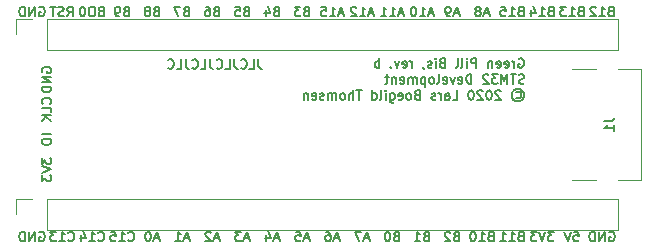
<source format=gbr>
%TF.GenerationSoftware,KiCad,Pcbnew,5.1.6+dfsg1-1*%
%TF.CreationDate,2020-07-20T12:12:52+08:00*%
%TF.ProjectId,stm32devmini,73746d33-3264-4657-966d-696e692e6b69,b*%
%TF.SameCoordinates,Original*%
%TF.FileFunction,Legend,Bot*%
%TF.FilePolarity,Positive*%
%FSLAX46Y46*%
G04 Gerber Fmt 4.6, Leading zero omitted, Abs format (unit mm)*
G04 Created by KiCad (PCBNEW 5.1.6+dfsg1-1) date 2020-07-20 12:12:52*
%MOMM*%
%LPD*%
G01*
G04 APERTURE LIST*
%ADD10C,0.150000*%
%ADD11C,0.120000*%
G04 APERTURE END LIST*
D10*
X154501904Y-104419523D02*
X154501904Y-104914761D01*
X154806666Y-104648095D01*
X154806666Y-104762380D01*
X154844761Y-104838571D01*
X154882857Y-104876666D01*
X154959047Y-104914761D01*
X155149523Y-104914761D01*
X155225714Y-104876666D01*
X155263809Y-104838571D01*
X155301904Y-104762380D01*
X155301904Y-104533809D01*
X155263809Y-104457619D01*
X155225714Y-104419523D01*
X154501904Y-105143333D02*
X155301904Y-105410000D01*
X154501904Y-105676666D01*
X154501904Y-105867142D02*
X154501904Y-106362380D01*
X154806666Y-106095714D01*
X154806666Y-106210000D01*
X154844761Y-106286190D01*
X154882857Y-106324285D01*
X154959047Y-106362380D01*
X155149523Y-106362380D01*
X155225714Y-106324285D01*
X155263809Y-106286190D01*
X155301904Y-106210000D01*
X155301904Y-105981428D01*
X155263809Y-105905238D01*
X155225714Y-105867142D01*
X155301904Y-102450952D02*
X154501904Y-102450952D01*
X154501904Y-102984285D02*
X154501904Y-103136666D01*
X154540000Y-103212857D01*
X154616190Y-103289047D01*
X154768571Y-103327142D01*
X155035238Y-103327142D01*
X155187619Y-103289047D01*
X155263809Y-103212857D01*
X155301904Y-103136666D01*
X155301904Y-102984285D01*
X155263809Y-102908095D01*
X155187619Y-102831904D01*
X155035238Y-102793809D01*
X154768571Y-102793809D01*
X154616190Y-102831904D01*
X154540000Y-102908095D01*
X154501904Y-102984285D01*
X155225714Y-99853809D02*
X155263809Y-99815714D01*
X155301904Y-99701428D01*
X155301904Y-99625238D01*
X155263809Y-99510952D01*
X155187619Y-99434761D01*
X155111428Y-99396666D01*
X154959047Y-99358571D01*
X154844761Y-99358571D01*
X154692380Y-99396666D01*
X154616190Y-99434761D01*
X154540000Y-99510952D01*
X154501904Y-99625238D01*
X154501904Y-99701428D01*
X154540000Y-99815714D01*
X154578095Y-99853809D01*
X155301904Y-100577619D02*
X155301904Y-100196666D01*
X154501904Y-100196666D01*
X155301904Y-100844285D02*
X154501904Y-100844285D01*
X155301904Y-101301428D02*
X154844761Y-100958571D01*
X154501904Y-101301428D02*
X154959047Y-100844285D01*
X154540000Y-97180476D02*
X154501904Y-97104285D01*
X154501904Y-96990000D01*
X154540000Y-96875714D01*
X154616190Y-96799523D01*
X154692380Y-96761428D01*
X154844761Y-96723333D01*
X154959047Y-96723333D01*
X155111428Y-96761428D01*
X155187619Y-96799523D01*
X155263809Y-96875714D01*
X155301904Y-96990000D01*
X155301904Y-97066190D01*
X155263809Y-97180476D01*
X155225714Y-97218571D01*
X154959047Y-97218571D01*
X154959047Y-97066190D01*
X155301904Y-97561428D02*
X154501904Y-97561428D01*
X155301904Y-98018571D01*
X154501904Y-98018571D01*
X155301904Y-98399523D02*
X154501904Y-98399523D01*
X154501904Y-98590000D01*
X154540000Y-98704285D01*
X154616190Y-98780476D01*
X154692380Y-98818571D01*
X154844761Y-98856666D01*
X154959047Y-98856666D01*
X155111428Y-98818571D01*
X155187619Y-98780476D01*
X155263809Y-98704285D01*
X155301904Y-98590000D01*
X155301904Y-98399523D01*
X172838452Y-96081904D02*
X172838452Y-96653333D01*
X172876547Y-96767619D01*
X172952738Y-96843809D01*
X173067023Y-96881904D01*
X173143214Y-96881904D01*
X172076547Y-96881904D02*
X172457500Y-96881904D01*
X172457500Y-96081904D01*
X171352738Y-96805714D02*
X171390833Y-96843809D01*
X171505119Y-96881904D01*
X171581309Y-96881904D01*
X171695595Y-96843809D01*
X171771785Y-96767619D01*
X171809880Y-96691428D01*
X171847976Y-96539047D01*
X171847976Y-96424761D01*
X171809880Y-96272380D01*
X171771785Y-96196190D01*
X171695595Y-96120000D01*
X171581309Y-96081904D01*
X171505119Y-96081904D01*
X171390833Y-96120000D01*
X171352738Y-96158095D01*
X170781309Y-96081904D02*
X170781309Y-96653333D01*
X170819404Y-96767619D01*
X170895595Y-96843809D01*
X171009880Y-96881904D01*
X171086071Y-96881904D01*
X170019404Y-96881904D02*
X170400357Y-96881904D01*
X170400357Y-96081904D01*
X169295595Y-96805714D02*
X169333690Y-96843809D01*
X169447976Y-96881904D01*
X169524166Y-96881904D01*
X169638452Y-96843809D01*
X169714642Y-96767619D01*
X169752738Y-96691428D01*
X169790833Y-96539047D01*
X169790833Y-96424761D01*
X169752738Y-96272380D01*
X169714642Y-96196190D01*
X169638452Y-96120000D01*
X169524166Y-96081904D01*
X169447976Y-96081904D01*
X169333690Y-96120000D01*
X169295595Y-96158095D01*
X168724166Y-96081904D02*
X168724166Y-96653333D01*
X168762261Y-96767619D01*
X168838452Y-96843809D01*
X168952738Y-96881904D01*
X169028928Y-96881904D01*
X167962261Y-96881904D02*
X168343214Y-96881904D01*
X168343214Y-96081904D01*
X167238452Y-96805714D02*
X167276547Y-96843809D01*
X167390833Y-96881904D01*
X167467023Y-96881904D01*
X167581309Y-96843809D01*
X167657500Y-96767619D01*
X167695595Y-96691428D01*
X167733690Y-96539047D01*
X167733690Y-96424761D01*
X167695595Y-96272380D01*
X167657500Y-96196190D01*
X167581309Y-96120000D01*
X167467023Y-96081904D01*
X167390833Y-96081904D01*
X167276547Y-96120000D01*
X167238452Y-96158095D01*
X166667023Y-96081904D02*
X166667023Y-96653333D01*
X166705119Y-96767619D01*
X166781309Y-96843809D01*
X166895595Y-96881904D01*
X166971785Y-96881904D01*
X165905119Y-96881904D02*
X166286071Y-96881904D01*
X166286071Y-96081904D01*
X165181309Y-96805714D02*
X165219404Y-96843809D01*
X165333690Y-96881904D01*
X165409880Y-96881904D01*
X165524166Y-96843809D01*
X165600357Y-96767619D01*
X165638452Y-96691428D01*
X165676547Y-96539047D01*
X165676547Y-96424761D01*
X165638452Y-96272380D01*
X165600357Y-96196190D01*
X165524166Y-96120000D01*
X165409880Y-96081904D01*
X165333690Y-96081904D01*
X165219404Y-96120000D01*
X165181309Y-96158095D01*
X154279523Y-110725000D02*
X154355714Y-110686904D01*
X154470000Y-110686904D01*
X154584285Y-110725000D01*
X154660476Y-110801190D01*
X154698571Y-110877380D01*
X154736666Y-111029761D01*
X154736666Y-111144047D01*
X154698571Y-111296428D01*
X154660476Y-111372619D01*
X154584285Y-111448809D01*
X154470000Y-111486904D01*
X154393809Y-111486904D01*
X154279523Y-111448809D01*
X154241428Y-111410714D01*
X154241428Y-111144047D01*
X154393809Y-111144047D01*
X153898571Y-111486904D02*
X153898571Y-110686904D01*
X153441428Y-111486904D01*
X153441428Y-110686904D01*
X153060476Y-111486904D02*
X153060476Y-110686904D01*
X152870000Y-110686904D01*
X152755714Y-110725000D01*
X152679523Y-110801190D01*
X152641428Y-110877380D01*
X152603333Y-111029761D01*
X152603333Y-111144047D01*
X152641428Y-111296428D01*
X152679523Y-111372619D01*
X152755714Y-111448809D01*
X152870000Y-111486904D01*
X153060476Y-111486904D01*
X156724285Y-111410714D02*
X156762380Y-111448809D01*
X156876666Y-111486904D01*
X156952857Y-111486904D01*
X157067142Y-111448809D01*
X157143333Y-111372619D01*
X157181428Y-111296428D01*
X157219523Y-111144047D01*
X157219523Y-111029761D01*
X157181428Y-110877380D01*
X157143333Y-110801190D01*
X157067142Y-110725000D01*
X156952857Y-110686904D01*
X156876666Y-110686904D01*
X156762380Y-110725000D01*
X156724285Y-110763095D01*
X155962380Y-111486904D02*
X156419523Y-111486904D01*
X156190952Y-111486904D02*
X156190952Y-110686904D01*
X156267142Y-110801190D01*
X156343333Y-110877380D01*
X156419523Y-110915476D01*
X155695714Y-110686904D02*
X155200476Y-110686904D01*
X155467142Y-110991666D01*
X155352857Y-110991666D01*
X155276666Y-111029761D01*
X155238571Y-111067857D01*
X155200476Y-111144047D01*
X155200476Y-111334523D01*
X155238571Y-111410714D01*
X155276666Y-111448809D01*
X155352857Y-111486904D01*
X155581428Y-111486904D01*
X155657619Y-111448809D01*
X155695714Y-111410714D01*
X159264285Y-111410714D02*
X159302380Y-111448809D01*
X159416666Y-111486904D01*
X159492857Y-111486904D01*
X159607142Y-111448809D01*
X159683333Y-111372619D01*
X159721428Y-111296428D01*
X159759523Y-111144047D01*
X159759523Y-111029761D01*
X159721428Y-110877380D01*
X159683333Y-110801190D01*
X159607142Y-110725000D01*
X159492857Y-110686904D01*
X159416666Y-110686904D01*
X159302380Y-110725000D01*
X159264285Y-110763095D01*
X158502380Y-111486904D02*
X158959523Y-111486904D01*
X158730952Y-111486904D02*
X158730952Y-110686904D01*
X158807142Y-110801190D01*
X158883333Y-110877380D01*
X158959523Y-110915476D01*
X157816666Y-110953571D02*
X157816666Y-111486904D01*
X158007142Y-110648809D02*
X158197619Y-111220238D01*
X157702380Y-111220238D01*
X161804285Y-111410714D02*
X161842380Y-111448809D01*
X161956666Y-111486904D01*
X162032857Y-111486904D01*
X162147142Y-111448809D01*
X162223333Y-111372619D01*
X162261428Y-111296428D01*
X162299523Y-111144047D01*
X162299523Y-111029761D01*
X162261428Y-110877380D01*
X162223333Y-110801190D01*
X162147142Y-110725000D01*
X162032857Y-110686904D01*
X161956666Y-110686904D01*
X161842380Y-110725000D01*
X161804285Y-110763095D01*
X161042380Y-111486904D02*
X161499523Y-111486904D01*
X161270952Y-111486904D02*
X161270952Y-110686904D01*
X161347142Y-110801190D01*
X161423333Y-110877380D01*
X161499523Y-110915476D01*
X160318571Y-110686904D02*
X160699523Y-110686904D01*
X160737619Y-111067857D01*
X160699523Y-111029761D01*
X160623333Y-110991666D01*
X160432857Y-110991666D01*
X160356666Y-111029761D01*
X160318571Y-111067857D01*
X160280476Y-111144047D01*
X160280476Y-111334523D01*
X160318571Y-111410714D01*
X160356666Y-111448809D01*
X160432857Y-111486904D01*
X160623333Y-111486904D01*
X160699523Y-111448809D01*
X160737619Y-111410714D01*
X164401428Y-111258333D02*
X164020476Y-111258333D01*
X164477619Y-111486904D02*
X164210952Y-110686904D01*
X163944285Y-111486904D01*
X163525238Y-110686904D02*
X163449047Y-110686904D01*
X163372857Y-110725000D01*
X163334761Y-110763095D01*
X163296666Y-110839285D01*
X163258571Y-110991666D01*
X163258571Y-111182142D01*
X163296666Y-111334523D01*
X163334761Y-111410714D01*
X163372857Y-111448809D01*
X163449047Y-111486904D01*
X163525238Y-111486904D01*
X163601428Y-111448809D01*
X163639523Y-111410714D01*
X163677619Y-111334523D01*
X163715714Y-111182142D01*
X163715714Y-110991666D01*
X163677619Y-110839285D01*
X163639523Y-110763095D01*
X163601428Y-110725000D01*
X163525238Y-110686904D01*
X166941428Y-111258333D02*
X166560476Y-111258333D01*
X167017619Y-111486904D02*
X166750952Y-110686904D01*
X166484285Y-111486904D01*
X165798571Y-111486904D02*
X166255714Y-111486904D01*
X166027142Y-111486904D02*
X166027142Y-110686904D01*
X166103333Y-110801190D01*
X166179523Y-110877380D01*
X166255714Y-110915476D01*
X169481428Y-111258333D02*
X169100476Y-111258333D01*
X169557619Y-111486904D02*
X169290952Y-110686904D01*
X169024285Y-111486904D01*
X168795714Y-110763095D02*
X168757619Y-110725000D01*
X168681428Y-110686904D01*
X168490952Y-110686904D01*
X168414761Y-110725000D01*
X168376666Y-110763095D01*
X168338571Y-110839285D01*
X168338571Y-110915476D01*
X168376666Y-111029761D01*
X168833809Y-111486904D01*
X168338571Y-111486904D01*
X172021428Y-111258333D02*
X171640476Y-111258333D01*
X172097619Y-111486904D02*
X171830952Y-110686904D01*
X171564285Y-111486904D01*
X171373809Y-110686904D02*
X170878571Y-110686904D01*
X171145238Y-110991666D01*
X171030952Y-110991666D01*
X170954761Y-111029761D01*
X170916666Y-111067857D01*
X170878571Y-111144047D01*
X170878571Y-111334523D01*
X170916666Y-111410714D01*
X170954761Y-111448809D01*
X171030952Y-111486904D01*
X171259523Y-111486904D01*
X171335714Y-111448809D01*
X171373809Y-111410714D01*
X174561428Y-111258333D02*
X174180476Y-111258333D01*
X174637619Y-111486904D02*
X174370952Y-110686904D01*
X174104285Y-111486904D01*
X173494761Y-110953571D02*
X173494761Y-111486904D01*
X173685238Y-110648809D02*
X173875714Y-111220238D01*
X173380476Y-111220238D01*
X177101428Y-111258333D02*
X176720476Y-111258333D01*
X177177619Y-111486904D02*
X176910952Y-110686904D01*
X176644285Y-111486904D01*
X175996666Y-110686904D02*
X176377619Y-110686904D01*
X176415714Y-111067857D01*
X176377619Y-111029761D01*
X176301428Y-110991666D01*
X176110952Y-110991666D01*
X176034761Y-111029761D01*
X175996666Y-111067857D01*
X175958571Y-111144047D01*
X175958571Y-111334523D01*
X175996666Y-111410714D01*
X176034761Y-111448809D01*
X176110952Y-111486904D01*
X176301428Y-111486904D01*
X176377619Y-111448809D01*
X176415714Y-111410714D01*
X179641428Y-111258333D02*
X179260476Y-111258333D01*
X179717619Y-111486904D02*
X179450952Y-110686904D01*
X179184285Y-111486904D01*
X178574761Y-110686904D02*
X178727142Y-110686904D01*
X178803333Y-110725000D01*
X178841428Y-110763095D01*
X178917619Y-110877380D01*
X178955714Y-111029761D01*
X178955714Y-111334523D01*
X178917619Y-111410714D01*
X178879523Y-111448809D01*
X178803333Y-111486904D01*
X178650952Y-111486904D01*
X178574761Y-111448809D01*
X178536666Y-111410714D01*
X178498571Y-111334523D01*
X178498571Y-111144047D01*
X178536666Y-111067857D01*
X178574761Y-111029761D01*
X178650952Y-110991666D01*
X178803333Y-110991666D01*
X178879523Y-111029761D01*
X178917619Y-111067857D01*
X178955714Y-111144047D01*
X182181428Y-111258333D02*
X181800476Y-111258333D01*
X182257619Y-111486904D02*
X181990952Y-110686904D01*
X181724285Y-111486904D01*
X181533809Y-110686904D02*
X181000476Y-110686904D01*
X181343333Y-111486904D01*
X184473809Y-111067857D02*
X184359523Y-111105952D01*
X184321428Y-111144047D01*
X184283333Y-111220238D01*
X184283333Y-111334523D01*
X184321428Y-111410714D01*
X184359523Y-111448809D01*
X184435714Y-111486904D01*
X184740476Y-111486904D01*
X184740476Y-110686904D01*
X184473809Y-110686904D01*
X184397619Y-110725000D01*
X184359523Y-110763095D01*
X184321428Y-110839285D01*
X184321428Y-110915476D01*
X184359523Y-110991666D01*
X184397619Y-111029761D01*
X184473809Y-111067857D01*
X184740476Y-111067857D01*
X183788095Y-110686904D02*
X183711904Y-110686904D01*
X183635714Y-110725000D01*
X183597619Y-110763095D01*
X183559523Y-110839285D01*
X183521428Y-110991666D01*
X183521428Y-111182142D01*
X183559523Y-111334523D01*
X183597619Y-111410714D01*
X183635714Y-111448809D01*
X183711904Y-111486904D01*
X183788095Y-111486904D01*
X183864285Y-111448809D01*
X183902380Y-111410714D01*
X183940476Y-111334523D01*
X183978571Y-111182142D01*
X183978571Y-110991666D01*
X183940476Y-110839285D01*
X183902380Y-110763095D01*
X183864285Y-110725000D01*
X183788095Y-110686904D01*
X187013809Y-111067857D02*
X186899523Y-111105952D01*
X186861428Y-111144047D01*
X186823333Y-111220238D01*
X186823333Y-111334523D01*
X186861428Y-111410714D01*
X186899523Y-111448809D01*
X186975714Y-111486904D01*
X187280476Y-111486904D01*
X187280476Y-110686904D01*
X187013809Y-110686904D01*
X186937619Y-110725000D01*
X186899523Y-110763095D01*
X186861428Y-110839285D01*
X186861428Y-110915476D01*
X186899523Y-110991666D01*
X186937619Y-111029761D01*
X187013809Y-111067857D01*
X187280476Y-111067857D01*
X186061428Y-111486904D02*
X186518571Y-111486904D01*
X186290000Y-111486904D02*
X186290000Y-110686904D01*
X186366190Y-110801190D01*
X186442380Y-110877380D01*
X186518571Y-110915476D01*
X189553809Y-111067857D02*
X189439523Y-111105952D01*
X189401428Y-111144047D01*
X189363333Y-111220238D01*
X189363333Y-111334523D01*
X189401428Y-111410714D01*
X189439523Y-111448809D01*
X189515714Y-111486904D01*
X189820476Y-111486904D01*
X189820476Y-110686904D01*
X189553809Y-110686904D01*
X189477619Y-110725000D01*
X189439523Y-110763095D01*
X189401428Y-110839285D01*
X189401428Y-110915476D01*
X189439523Y-110991666D01*
X189477619Y-111029761D01*
X189553809Y-111067857D01*
X189820476Y-111067857D01*
X189058571Y-110763095D02*
X189020476Y-110725000D01*
X188944285Y-110686904D01*
X188753809Y-110686904D01*
X188677619Y-110725000D01*
X188639523Y-110763095D01*
X188601428Y-110839285D01*
X188601428Y-110915476D01*
X188639523Y-111029761D01*
X189096666Y-111486904D01*
X188601428Y-111486904D01*
X192474761Y-111067857D02*
X192360476Y-111105952D01*
X192322380Y-111144047D01*
X192284285Y-111220238D01*
X192284285Y-111334523D01*
X192322380Y-111410714D01*
X192360476Y-111448809D01*
X192436666Y-111486904D01*
X192741428Y-111486904D01*
X192741428Y-110686904D01*
X192474761Y-110686904D01*
X192398571Y-110725000D01*
X192360476Y-110763095D01*
X192322380Y-110839285D01*
X192322380Y-110915476D01*
X192360476Y-110991666D01*
X192398571Y-111029761D01*
X192474761Y-111067857D01*
X192741428Y-111067857D01*
X191522380Y-111486904D02*
X191979523Y-111486904D01*
X191750952Y-111486904D02*
X191750952Y-110686904D01*
X191827142Y-110801190D01*
X191903333Y-110877380D01*
X191979523Y-110915476D01*
X191027142Y-110686904D02*
X190950952Y-110686904D01*
X190874761Y-110725000D01*
X190836666Y-110763095D01*
X190798571Y-110839285D01*
X190760476Y-110991666D01*
X190760476Y-111182142D01*
X190798571Y-111334523D01*
X190836666Y-111410714D01*
X190874761Y-111448809D01*
X190950952Y-111486904D01*
X191027142Y-111486904D01*
X191103333Y-111448809D01*
X191141428Y-111410714D01*
X191179523Y-111334523D01*
X191217619Y-111182142D01*
X191217619Y-110991666D01*
X191179523Y-110839285D01*
X191141428Y-110763095D01*
X191103333Y-110725000D01*
X191027142Y-110686904D01*
X195014761Y-111067857D02*
X194900476Y-111105952D01*
X194862380Y-111144047D01*
X194824285Y-111220238D01*
X194824285Y-111334523D01*
X194862380Y-111410714D01*
X194900476Y-111448809D01*
X194976666Y-111486904D01*
X195281428Y-111486904D01*
X195281428Y-110686904D01*
X195014761Y-110686904D01*
X194938571Y-110725000D01*
X194900476Y-110763095D01*
X194862380Y-110839285D01*
X194862380Y-110915476D01*
X194900476Y-110991666D01*
X194938571Y-111029761D01*
X195014761Y-111067857D01*
X195281428Y-111067857D01*
X194062380Y-111486904D02*
X194519523Y-111486904D01*
X194290952Y-111486904D02*
X194290952Y-110686904D01*
X194367142Y-110801190D01*
X194443333Y-110877380D01*
X194519523Y-110915476D01*
X193300476Y-111486904D02*
X193757619Y-111486904D01*
X193529047Y-111486904D02*
X193529047Y-110686904D01*
X193605238Y-110801190D01*
X193681428Y-110877380D01*
X193757619Y-110915476D01*
X197840476Y-110686904D02*
X197345238Y-110686904D01*
X197611904Y-110991666D01*
X197497619Y-110991666D01*
X197421428Y-111029761D01*
X197383333Y-111067857D01*
X197345238Y-111144047D01*
X197345238Y-111334523D01*
X197383333Y-111410714D01*
X197421428Y-111448809D01*
X197497619Y-111486904D01*
X197726190Y-111486904D01*
X197802380Y-111448809D01*
X197840476Y-111410714D01*
X197116666Y-110686904D02*
X196850000Y-111486904D01*
X196583333Y-110686904D01*
X196392857Y-110686904D02*
X195897619Y-110686904D01*
X196164285Y-110991666D01*
X196050000Y-110991666D01*
X195973809Y-111029761D01*
X195935714Y-111067857D01*
X195897619Y-111144047D01*
X195897619Y-111334523D01*
X195935714Y-111410714D01*
X195973809Y-111448809D01*
X196050000Y-111486904D01*
X196278571Y-111486904D01*
X196354761Y-111448809D01*
X196392857Y-111410714D01*
X199542380Y-110686904D02*
X199923333Y-110686904D01*
X199961428Y-111067857D01*
X199923333Y-111029761D01*
X199847142Y-110991666D01*
X199656666Y-110991666D01*
X199580476Y-111029761D01*
X199542380Y-111067857D01*
X199504285Y-111144047D01*
X199504285Y-111334523D01*
X199542380Y-111410714D01*
X199580476Y-111448809D01*
X199656666Y-111486904D01*
X199847142Y-111486904D01*
X199923333Y-111448809D01*
X199961428Y-111410714D01*
X199275714Y-110686904D02*
X199009047Y-111486904D01*
X198742380Y-110686904D01*
X202539523Y-110725000D02*
X202615714Y-110686904D01*
X202730000Y-110686904D01*
X202844285Y-110725000D01*
X202920476Y-110801190D01*
X202958571Y-110877380D01*
X202996666Y-111029761D01*
X202996666Y-111144047D01*
X202958571Y-111296428D01*
X202920476Y-111372619D01*
X202844285Y-111448809D01*
X202730000Y-111486904D01*
X202653809Y-111486904D01*
X202539523Y-111448809D01*
X202501428Y-111410714D01*
X202501428Y-111144047D01*
X202653809Y-111144047D01*
X202158571Y-111486904D02*
X202158571Y-110686904D01*
X201701428Y-111486904D01*
X201701428Y-110686904D01*
X201320476Y-111486904D02*
X201320476Y-110686904D01*
X201130000Y-110686904D01*
X201015714Y-110725000D01*
X200939523Y-110801190D01*
X200901428Y-110877380D01*
X200863333Y-111029761D01*
X200863333Y-111144047D01*
X200901428Y-111296428D01*
X200939523Y-111372619D01*
X201015714Y-111448809D01*
X201130000Y-111486904D01*
X201320476Y-111486904D01*
X154279523Y-91675000D02*
X154355714Y-91636904D01*
X154470000Y-91636904D01*
X154584285Y-91675000D01*
X154660476Y-91751190D01*
X154698571Y-91827380D01*
X154736666Y-91979761D01*
X154736666Y-92094047D01*
X154698571Y-92246428D01*
X154660476Y-92322619D01*
X154584285Y-92398809D01*
X154470000Y-92436904D01*
X154393809Y-92436904D01*
X154279523Y-92398809D01*
X154241428Y-92360714D01*
X154241428Y-92094047D01*
X154393809Y-92094047D01*
X153898571Y-92436904D02*
X153898571Y-91636904D01*
X153441428Y-92436904D01*
X153441428Y-91636904D01*
X153060476Y-92436904D02*
X153060476Y-91636904D01*
X152870000Y-91636904D01*
X152755714Y-91675000D01*
X152679523Y-91751190D01*
X152641428Y-91827380D01*
X152603333Y-91979761D01*
X152603333Y-92094047D01*
X152641428Y-92246428D01*
X152679523Y-92322619D01*
X152755714Y-92398809D01*
X152870000Y-92436904D01*
X153060476Y-92436904D01*
X156648095Y-92436904D02*
X156914761Y-92055952D01*
X157105238Y-92436904D02*
X157105238Y-91636904D01*
X156800476Y-91636904D01*
X156724285Y-91675000D01*
X156686190Y-91713095D01*
X156648095Y-91789285D01*
X156648095Y-91903571D01*
X156686190Y-91979761D01*
X156724285Y-92017857D01*
X156800476Y-92055952D01*
X157105238Y-92055952D01*
X156343333Y-92398809D02*
X156229047Y-92436904D01*
X156038571Y-92436904D01*
X155962380Y-92398809D01*
X155924285Y-92360714D01*
X155886190Y-92284523D01*
X155886190Y-92208333D01*
X155924285Y-92132142D01*
X155962380Y-92094047D01*
X156038571Y-92055952D01*
X156190952Y-92017857D01*
X156267142Y-91979761D01*
X156305238Y-91941666D01*
X156343333Y-91865476D01*
X156343333Y-91789285D01*
X156305238Y-91713095D01*
X156267142Y-91675000D01*
X156190952Y-91636904D01*
X156000476Y-91636904D01*
X155886190Y-91675000D01*
X155657619Y-91636904D02*
X155200476Y-91636904D01*
X155429047Y-92436904D02*
X155429047Y-91636904D01*
X159492857Y-92017857D02*
X159378571Y-92055952D01*
X159340476Y-92094047D01*
X159302380Y-92170238D01*
X159302380Y-92284523D01*
X159340476Y-92360714D01*
X159378571Y-92398809D01*
X159454761Y-92436904D01*
X159759523Y-92436904D01*
X159759523Y-91636904D01*
X159492857Y-91636904D01*
X159416666Y-91675000D01*
X159378571Y-91713095D01*
X159340476Y-91789285D01*
X159340476Y-91865476D01*
X159378571Y-91941666D01*
X159416666Y-91979761D01*
X159492857Y-92017857D01*
X159759523Y-92017857D01*
X158807142Y-91636904D02*
X158654761Y-91636904D01*
X158578571Y-91675000D01*
X158502380Y-91751190D01*
X158464285Y-91903571D01*
X158464285Y-92170238D01*
X158502380Y-92322619D01*
X158578571Y-92398809D01*
X158654761Y-92436904D01*
X158807142Y-92436904D01*
X158883333Y-92398809D01*
X158959523Y-92322619D01*
X158997619Y-92170238D01*
X158997619Y-91903571D01*
X158959523Y-91751190D01*
X158883333Y-91675000D01*
X158807142Y-91636904D01*
X157969047Y-91636904D02*
X157892857Y-91636904D01*
X157816666Y-91675000D01*
X157778571Y-91713095D01*
X157740476Y-91789285D01*
X157702380Y-91941666D01*
X157702380Y-92132142D01*
X157740476Y-92284523D01*
X157778571Y-92360714D01*
X157816666Y-92398809D01*
X157892857Y-92436904D01*
X157969047Y-92436904D01*
X158045238Y-92398809D01*
X158083333Y-92360714D01*
X158121428Y-92284523D01*
X158159523Y-92132142D01*
X158159523Y-91941666D01*
X158121428Y-91789285D01*
X158083333Y-91713095D01*
X158045238Y-91675000D01*
X157969047Y-91636904D01*
X161613809Y-92017857D02*
X161499523Y-92055952D01*
X161461428Y-92094047D01*
X161423333Y-92170238D01*
X161423333Y-92284523D01*
X161461428Y-92360714D01*
X161499523Y-92398809D01*
X161575714Y-92436904D01*
X161880476Y-92436904D01*
X161880476Y-91636904D01*
X161613809Y-91636904D01*
X161537619Y-91675000D01*
X161499523Y-91713095D01*
X161461428Y-91789285D01*
X161461428Y-91865476D01*
X161499523Y-91941666D01*
X161537619Y-91979761D01*
X161613809Y-92017857D01*
X161880476Y-92017857D01*
X161042380Y-92436904D02*
X160890000Y-92436904D01*
X160813809Y-92398809D01*
X160775714Y-92360714D01*
X160699523Y-92246428D01*
X160661428Y-92094047D01*
X160661428Y-91789285D01*
X160699523Y-91713095D01*
X160737619Y-91675000D01*
X160813809Y-91636904D01*
X160966190Y-91636904D01*
X161042380Y-91675000D01*
X161080476Y-91713095D01*
X161118571Y-91789285D01*
X161118571Y-91979761D01*
X161080476Y-92055952D01*
X161042380Y-92094047D01*
X160966190Y-92132142D01*
X160813809Y-92132142D01*
X160737619Y-92094047D01*
X160699523Y-92055952D01*
X160661428Y-91979761D01*
X164153809Y-92017857D02*
X164039523Y-92055952D01*
X164001428Y-92094047D01*
X163963333Y-92170238D01*
X163963333Y-92284523D01*
X164001428Y-92360714D01*
X164039523Y-92398809D01*
X164115714Y-92436904D01*
X164420476Y-92436904D01*
X164420476Y-91636904D01*
X164153809Y-91636904D01*
X164077619Y-91675000D01*
X164039523Y-91713095D01*
X164001428Y-91789285D01*
X164001428Y-91865476D01*
X164039523Y-91941666D01*
X164077619Y-91979761D01*
X164153809Y-92017857D01*
X164420476Y-92017857D01*
X163506190Y-91979761D02*
X163582380Y-91941666D01*
X163620476Y-91903571D01*
X163658571Y-91827380D01*
X163658571Y-91789285D01*
X163620476Y-91713095D01*
X163582380Y-91675000D01*
X163506190Y-91636904D01*
X163353809Y-91636904D01*
X163277619Y-91675000D01*
X163239523Y-91713095D01*
X163201428Y-91789285D01*
X163201428Y-91827380D01*
X163239523Y-91903571D01*
X163277619Y-91941666D01*
X163353809Y-91979761D01*
X163506190Y-91979761D01*
X163582380Y-92017857D01*
X163620476Y-92055952D01*
X163658571Y-92132142D01*
X163658571Y-92284523D01*
X163620476Y-92360714D01*
X163582380Y-92398809D01*
X163506190Y-92436904D01*
X163353809Y-92436904D01*
X163277619Y-92398809D01*
X163239523Y-92360714D01*
X163201428Y-92284523D01*
X163201428Y-92132142D01*
X163239523Y-92055952D01*
X163277619Y-92017857D01*
X163353809Y-91979761D01*
X166693809Y-92017857D02*
X166579523Y-92055952D01*
X166541428Y-92094047D01*
X166503333Y-92170238D01*
X166503333Y-92284523D01*
X166541428Y-92360714D01*
X166579523Y-92398809D01*
X166655714Y-92436904D01*
X166960476Y-92436904D01*
X166960476Y-91636904D01*
X166693809Y-91636904D01*
X166617619Y-91675000D01*
X166579523Y-91713095D01*
X166541428Y-91789285D01*
X166541428Y-91865476D01*
X166579523Y-91941666D01*
X166617619Y-91979761D01*
X166693809Y-92017857D01*
X166960476Y-92017857D01*
X166236666Y-91636904D02*
X165703333Y-91636904D01*
X166046190Y-92436904D01*
X169233809Y-92017857D02*
X169119523Y-92055952D01*
X169081428Y-92094047D01*
X169043333Y-92170238D01*
X169043333Y-92284523D01*
X169081428Y-92360714D01*
X169119523Y-92398809D01*
X169195714Y-92436904D01*
X169500476Y-92436904D01*
X169500476Y-91636904D01*
X169233809Y-91636904D01*
X169157619Y-91675000D01*
X169119523Y-91713095D01*
X169081428Y-91789285D01*
X169081428Y-91865476D01*
X169119523Y-91941666D01*
X169157619Y-91979761D01*
X169233809Y-92017857D01*
X169500476Y-92017857D01*
X168357619Y-91636904D02*
X168510000Y-91636904D01*
X168586190Y-91675000D01*
X168624285Y-91713095D01*
X168700476Y-91827380D01*
X168738571Y-91979761D01*
X168738571Y-92284523D01*
X168700476Y-92360714D01*
X168662380Y-92398809D01*
X168586190Y-92436904D01*
X168433809Y-92436904D01*
X168357619Y-92398809D01*
X168319523Y-92360714D01*
X168281428Y-92284523D01*
X168281428Y-92094047D01*
X168319523Y-92017857D01*
X168357619Y-91979761D01*
X168433809Y-91941666D01*
X168586190Y-91941666D01*
X168662380Y-91979761D01*
X168700476Y-92017857D01*
X168738571Y-92094047D01*
X171773809Y-92017857D02*
X171659523Y-92055952D01*
X171621428Y-92094047D01*
X171583333Y-92170238D01*
X171583333Y-92284523D01*
X171621428Y-92360714D01*
X171659523Y-92398809D01*
X171735714Y-92436904D01*
X172040476Y-92436904D01*
X172040476Y-91636904D01*
X171773809Y-91636904D01*
X171697619Y-91675000D01*
X171659523Y-91713095D01*
X171621428Y-91789285D01*
X171621428Y-91865476D01*
X171659523Y-91941666D01*
X171697619Y-91979761D01*
X171773809Y-92017857D01*
X172040476Y-92017857D01*
X170859523Y-91636904D02*
X171240476Y-91636904D01*
X171278571Y-92017857D01*
X171240476Y-91979761D01*
X171164285Y-91941666D01*
X170973809Y-91941666D01*
X170897619Y-91979761D01*
X170859523Y-92017857D01*
X170821428Y-92094047D01*
X170821428Y-92284523D01*
X170859523Y-92360714D01*
X170897619Y-92398809D01*
X170973809Y-92436904D01*
X171164285Y-92436904D01*
X171240476Y-92398809D01*
X171278571Y-92360714D01*
X174313809Y-92017857D02*
X174199523Y-92055952D01*
X174161428Y-92094047D01*
X174123333Y-92170238D01*
X174123333Y-92284523D01*
X174161428Y-92360714D01*
X174199523Y-92398809D01*
X174275714Y-92436904D01*
X174580476Y-92436904D01*
X174580476Y-91636904D01*
X174313809Y-91636904D01*
X174237619Y-91675000D01*
X174199523Y-91713095D01*
X174161428Y-91789285D01*
X174161428Y-91865476D01*
X174199523Y-91941666D01*
X174237619Y-91979761D01*
X174313809Y-92017857D01*
X174580476Y-92017857D01*
X173437619Y-91903571D02*
X173437619Y-92436904D01*
X173628095Y-91598809D02*
X173818571Y-92170238D01*
X173323333Y-92170238D01*
X176853809Y-92017857D02*
X176739523Y-92055952D01*
X176701428Y-92094047D01*
X176663333Y-92170238D01*
X176663333Y-92284523D01*
X176701428Y-92360714D01*
X176739523Y-92398809D01*
X176815714Y-92436904D01*
X177120476Y-92436904D01*
X177120476Y-91636904D01*
X176853809Y-91636904D01*
X176777619Y-91675000D01*
X176739523Y-91713095D01*
X176701428Y-91789285D01*
X176701428Y-91865476D01*
X176739523Y-91941666D01*
X176777619Y-91979761D01*
X176853809Y-92017857D01*
X177120476Y-92017857D01*
X176396666Y-91636904D02*
X175901428Y-91636904D01*
X176168095Y-91941666D01*
X176053809Y-91941666D01*
X175977619Y-91979761D01*
X175939523Y-92017857D01*
X175901428Y-92094047D01*
X175901428Y-92284523D01*
X175939523Y-92360714D01*
X175977619Y-92398809D01*
X176053809Y-92436904D01*
X176282380Y-92436904D01*
X176358571Y-92398809D01*
X176396666Y-92360714D01*
X180022380Y-92208333D02*
X179641428Y-92208333D01*
X180098571Y-92436904D02*
X179831904Y-91636904D01*
X179565238Y-92436904D01*
X178879523Y-92436904D02*
X179336666Y-92436904D01*
X179108095Y-92436904D02*
X179108095Y-91636904D01*
X179184285Y-91751190D01*
X179260476Y-91827380D01*
X179336666Y-91865476D01*
X178155714Y-91636904D02*
X178536666Y-91636904D01*
X178574761Y-92017857D01*
X178536666Y-91979761D01*
X178460476Y-91941666D01*
X178270000Y-91941666D01*
X178193809Y-91979761D01*
X178155714Y-92017857D01*
X178117619Y-92094047D01*
X178117619Y-92284523D01*
X178155714Y-92360714D01*
X178193809Y-92398809D01*
X178270000Y-92436904D01*
X178460476Y-92436904D01*
X178536666Y-92398809D01*
X178574761Y-92360714D01*
X182562380Y-92208333D02*
X182181428Y-92208333D01*
X182638571Y-92436904D02*
X182371904Y-91636904D01*
X182105238Y-92436904D01*
X181419523Y-92436904D02*
X181876666Y-92436904D01*
X181648095Y-92436904D02*
X181648095Y-91636904D01*
X181724285Y-91751190D01*
X181800476Y-91827380D01*
X181876666Y-91865476D01*
X181114761Y-91713095D02*
X181076666Y-91675000D01*
X181000476Y-91636904D01*
X180810000Y-91636904D01*
X180733809Y-91675000D01*
X180695714Y-91713095D01*
X180657619Y-91789285D01*
X180657619Y-91865476D01*
X180695714Y-91979761D01*
X181152857Y-92436904D01*
X180657619Y-92436904D01*
X185102380Y-92208333D02*
X184721428Y-92208333D01*
X185178571Y-92436904D02*
X184911904Y-91636904D01*
X184645238Y-92436904D01*
X183959523Y-92436904D02*
X184416666Y-92436904D01*
X184188095Y-92436904D02*
X184188095Y-91636904D01*
X184264285Y-91751190D01*
X184340476Y-91827380D01*
X184416666Y-91865476D01*
X183197619Y-92436904D02*
X183654761Y-92436904D01*
X183426190Y-92436904D02*
X183426190Y-91636904D01*
X183502380Y-91751190D01*
X183578571Y-91827380D01*
X183654761Y-91865476D01*
X187642380Y-92208333D02*
X187261428Y-92208333D01*
X187718571Y-92436904D02*
X187451904Y-91636904D01*
X187185238Y-92436904D01*
X186499523Y-92436904D02*
X186956666Y-92436904D01*
X186728095Y-92436904D02*
X186728095Y-91636904D01*
X186804285Y-91751190D01*
X186880476Y-91827380D01*
X186956666Y-91865476D01*
X186004285Y-91636904D02*
X185928095Y-91636904D01*
X185851904Y-91675000D01*
X185813809Y-91713095D01*
X185775714Y-91789285D01*
X185737619Y-91941666D01*
X185737619Y-92132142D01*
X185775714Y-92284523D01*
X185813809Y-92360714D01*
X185851904Y-92398809D01*
X185928095Y-92436904D01*
X186004285Y-92436904D01*
X186080476Y-92398809D01*
X186118571Y-92360714D01*
X186156666Y-92284523D01*
X186194761Y-92132142D01*
X186194761Y-91941666D01*
X186156666Y-91789285D01*
X186118571Y-91713095D01*
X186080476Y-91675000D01*
X186004285Y-91636904D01*
X189801428Y-92208333D02*
X189420476Y-92208333D01*
X189877619Y-92436904D02*
X189610952Y-91636904D01*
X189344285Y-92436904D01*
X189039523Y-92436904D02*
X188887142Y-92436904D01*
X188810952Y-92398809D01*
X188772857Y-92360714D01*
X188696666Y-92246428D01*
X188658571Y-92094047D01*
X188658571Y-91789285D01*
X188696666Y-91713095D01*
X188734761Y-91675000D01*
X188810952Y-91636904D01*
X188963333Y-91636904D01*
X189039523Y-91675000D01*
X189077619Y-91713095D01*
X189115714Y-91789285D01*
X189115714Y-91979761D01*
X189077619Y-92055952D01*
X189039523Y-92094047D01*
X188963333Y-92132142D01*
X188810952Y-92132142D01*
X188734761Y-92094047D01*
X188696666Y-92055952D01*
X188658571Y-91979761D01*
X192341428Y-92208333D02*
X191960476Y-92208333D01*
X192417619Y-92436904D02*
X192150952Y-91636904D01*
X191884285Y-92436904D01*
X191503333Y-91979761D02*
X191579523Y-91941666D01*
X191617619Y-91903571D01*
X191655714Y-91827380D01*
X191655714Y-91789285D01*
X191617619Y-91713095D01*
X191579523Y-91675000D01*
X191503333Y-91636904D01*
X191350952Y-91636904D01*
X191274761Y-91675000D01*
X191236666Y-91713095D01*
X191198571Y-91789285D01*
X191198571Y-91827380D01*
X191236666Y-91903571D01*
X191274761Y-91941666D01*
X191350952Y-91979761D01*
X191503333Y-91979761D01*
X191579523Y-92017857D01*
X191617619Y-92055952D01*
X191655714Y-92132142D01*
X191655714Y-92284523D01*
X191617619Y-92360714D01*
X191579523Y-92398809D01*
X191503333Y-92436904D01*
X191350952Y-92436904D01*
X191274761Y-92398809D01*
X191236666Y-92360714D01*
X191198571Y-92284523D01*
X191198571Y-92132142D01*
X191236666Y-92055952D01*
X191274761Y-92017857D01*
X191350952Y-91979761D01*
X195014761Y-92017857D02*
X194900476Y-92055952D01*
X194862380Y-92094047D01*
X194824285Y-92170238D01*
X194824285Y-92284523D01*
X194862380Y-92360714D01*
X194900476Y-92398809D01*
X194976666Y-92436904D01*
X195281428Y-92436904D01*
X195281428Y-91636904D01*
X195014761Y-91636904D01*
X194938571Y-91675000D01*
X194900476Y-91713095D01*
X194862380Y-91789285D01*
X194862380Y-91865476D01*
X194900476Y-91941666D01*
X194938571Y-91979761D01*
X195014761Y-92017857D01*
X195281428Y-92017857D01*
X194062380Y-92436904D02*
X194519523Y-92436904D01*
X194290952Y-92436904D02*
X194290952Y-91636904D01*
X194367142Y-91751190D01*
X194443333Y-91827380D01*
X194519523Y-91865476D01*
X193338571Y-91636904D02*
X193719523Y-91636904D01*
X193757619Y-92017857D01*
X193719523Y-91979761D01*
X193643333Y-91941666D01*
X193452857Y-91941666D01*
X193376666Y-91979761D01*
X193338571Y-92017857D01*
X193300476Y-92094047D01*
X193300476Y-92284523D01*
X193338571Y-92360714D01*
X193376666Y-92398809D01*
X193452857Y-92436904D01*
X193643333Y-92436904D01*
X193719523Y-92398809D01*
X193757619Y-92360714D01*
X197554761Y-92017857D02*
X197440476Y-92055952D01*
X197402380Y-92094047D01*
X197364285Y-92170238D01*
X197364285Y-92284523D01*
X197402380Y-92360714D01*
X197440476Y-92398809D01*
X197516666Y-92436904D01*
X197821428Y-92436904D01*
X197821428Y-91636904D01*
X197554761Y-91636904D01*
X197478571Y-91675000D01*
X197440476Y-91713095D01*
X197402380Y-91789285D01*
X197402380Y-91865476D01*
X197440476Y-91941666D01*
X197478571Y-91979761D01*
X197554761Y-92017857D01*
X197821428Y-92017857D01*
X196602380Y-92436904D02*
X197059523Y-92436904D01*
X196830952Y-92436904D02*
X196830952Y-91636904D01*
X196907142Y-91751190D01*
X196983333Y-91827380D01*
X197059523Y-91865476D01*
X195916666Y-91903571D02*
X195916666Y-92436904D01*
X196107142Y-91598809D02*
X196297619Y-92170238D01*
X195802380Y-92170238D01*
X200094761Y-92017857D02*
X199980476Y-92055952D01*
X199942380Y-92094047D01*
X199904285Y-92170238D01*
X199904285Y-92284523D01*
X199942380Y-92360714D01*
X199980476Y-92398809D01*
X200056666Y-92436904D01*
X200361428Y-92436904D01*
X200361428Y-91636904D01*
X200094761Y-91636904D01*
X200018571Y-91675000D01*
X199980476Y-91713095D01*
X199942380Y-91789285D01*
X199942380Y-91865476D01*
X199980476Y-91941666D01*
X200018571Y-91979761D01*
X200094761Y-92017857D01*
X200361428Y-92017857D01*
X199142380Y-92436904D02*
X199599523Y-92436904D01*
X199370952Y-92436904D02*
X199370952Y-91636904D01*
X199447142Y-91751190D01*
X199523333Y-91827380D01*
X199599523Y-91865476D01*
X198875714Y-91636904D02*
X198380476Y-91636904D01*
X198647142Y-91941666D01*
X198532857Y-91941666D01*
X198456666Y-91979761D01*
X198418571Y-92017857D01*
X198380476Y-92094047D01*
X198380476Y-92284523D01*
X198418571Y-92360714D01*
X198456666Y-92398809D01*
X198532857Y-92436904D01*
X198761428Y-92436904D01*
X198837619Y-92398809D01*
X198875714Y-92360714D01*
X202634761Y-92017857D02*
X202520476Y-92055952D01*
X202482380Y-92094047D01*
X202444285Y-92170238D01*
X202444285Y-92284523D01*
X202482380Y-92360714D01*
X202520476Y-92398809D01*
X202596666Y-92436904D01*
X202901428Y-92436904D01*
X202901428Y-91636904D01*
X202634761Y-91636904D01*
X202558571Y-91675000D01*
X202520476Y-91713095D01*
X202482380Y-91789285D01*
X202482380Y-91865476D01*
X202520476Y-91941666D01*
X202558571Y-91979761D01*
X202634761Y-92017857D01*
X202901428Y-92017857D01*
X201682380Y-92436904D02*
X202139523Y-92436904D01*
X201910952Y-92436904D02*
X201910952Y-91636904D01*
X201987142Y-91751190D01*
X202063333Y-91827380D01*
X202139523Y-91865476D01*
X201377619Y-91713095D02*
X201339523Y-91675000D01*
X201263333Y-91636904D01*
X201072857Y-91636904D01*
X200996666Y-91675000D01*
X200958571Y-91713095D01*
X200920476Y-91789285D01*
X200920476Y-91865476D01*
X200958571Y-91979761D01*
X201415714Y-92436904D01*
X200920476Y-92436904D01*
X194872976Y-96040000D02*
X194949166Y-96001904D01*
X195063452Y-96001904D01*
X195177738Y-96040000D01*
X195253928Y-96116190D01*
X195292023Y-96192380D01*
X195330119Y-96344761D01*
X195330119Y-96459047D01*
X195292023Y-96611428D01*
X195253928Y-96687619D01*
X195177738Y-96763809D01*
X195063452Y-96801904D01*
X194987261Y-96801904D01*
X194872976Y-96763809D01*
X194834880Y-96725714D01*
X194834880Y-96459047D01*
X194987261Y-96459047D01*
X194492023Y-96801904D02*
X194492023Y-96268571D01*
X194492023Y-96420952D02*
X194453928Y-96344761D01*
X194415833Y-96306666D01*
X194339642Y-96268571D01*
X194263452Y-96268571D01*
X193692023Y-96763809D02*
X193768214Y-96801904D01*
X193920595Y-96801904D01*
X193996785Y-96763809D01*
X194034880Y-96687619D01*
X194034880Y-96382857D01*
X193996785Y-96306666D01*
X193920595Y-96268571D01*
X193768214Y-96268571D01*
X193692023Y-96306666D01*
X193653928Y-96382857D01*
X193653928Y-96459047D01*
X194034880Y-96535238D01*
X193006309Y-96763809D02*
X193082500Y-96801904D01*
X193234880Y-96801904D01*
X193311071Y-96763809D01*
X193349166Y-96687619D01*
X193349166Y-96382857D01*
X193311071Y-96306666D01*
X193234880Y-96268571D01*
X193082500Y-96268571D01*
X193006309Y-96306666D01*
X192968214Y-96382857D01*
X192968214Y-96459047D01*
X193349166Y-96535238D01*
X192625357Y-96268571D02*
X192625357Y-96801904D01*
X192625357Y-96344761D02*
X192587261Y-96306666D01*
X192511071Y-96268571D01*
X192396785Y-96268571D01*
X192320595Y-96306666D01*
X192282500Y-96382857D01*
X192282500Y-96801904D01*
X191292023Y-96801904D02*
X191292023Y-96001904D01*
X190987261Y-96001904D01*
X190911071Y-96040000D01*
X190872976Y-96078095D01*
X190834880Y-96154285D01*
X190834880Y-96268571D01*
X190872976Y-96344761D01*
X190911071Y-96382857D01*
X190987261Y-96420952D01*
X191292023Y-96420952D01*
X190492023Y-96801904D02*
X190492023Y-96268571D01*
X190492023Y-96001904D02*
X190530119Y-96040000D01*
X190492023Y-96078095D01*
X190453928Y-96040000D01*
X190492023Y-96001904D01*
X190492023Y-96078095D01*
X189996785Y-96801904D02*
X190072976Y-96763809D01*
X190111071Y-96687619D01*
X190111071Y-96001904D01*
X189577738Y-96801904D02*
X189653928Y-96763809D01*
X189692023Y-96687619D01*
X189692023Y-96001904D01*
X188396785Y-96382857D02*
X188282500Y-96420952D01*
X188244404Y-96459047D01*
X188206309Y-96535238D01*
X188206309Y-96649523D01*
X188244404Y-96725714D01*
X188282500Y-96763809D01*
X188358690Y-96801904D01*
X188663452Y-96801904D01*
X188663452Y-96001904D01*
X188396785Y-96001904D01*
X188320595Y-96040000D01*
X188282500Y-96078095D01*
X188244404Y-96154285D01*
X188244404Y-96230476D01*
X188282500Y-96306666D01*
X188320595Y-96344761D01*
X188396785Y-96382857D01*
X188663452Y-96382857D01*
X187863452Y-96801904D02*
X187863452Y-96268571D01*
X187863452Y-96001904D02*
X187901547Y-96040000D01*
X187863452Y-96078095D01*
X187825357Y-96040000D01*
X187863452Y-96001904D01*
X187863452Y-96078095D01*
X187520595Y-96763809D02*
X187444404Y-96801904D01*
X187292023Y-96801904D01*
X187215833Y-96763809D01*
X187177738Y-96687619D01*
X187177738Y-96649523D01*
X187215833Y-96573333D01*
X187292023Y-96535238D01*
X187406309Y-96535238D01*
X187482500Y-96497142D01*
X187520595Y-96420952D01*
X187520595Y-96382857D01*
X187482500Y-96306666D01*
X187406309Y-96268571D01*
X187292023Y-96268571D01*
X187215833Y-96306666D01*
X186796785Y-96763809D02*
X186796785Y-96801904D01*
X186834880Y-96878095D01*
X186872976Y-96916190D01*
X185844404Y-96801904D02*
X185844404Y-96268571D01*
X185844404Y-96420952D02*
X185806309Y-96344761D01*
X185768214Y-96306666D01*
X185692023Y-96268571D01*
X185615833Y-96268571D01*
X185044404Y-96763809D02*
X185120595Y-96801904D01*
X185272976Y-96801904D01*
X185349166Y-96763809D01*
X185387261Y-96687619D01*
X185387261Y-96382857D01*
X185349166Y-96306666D01*
X185272976Y-96268571D01*
X185120595Y-96268571D01*
X185044404Y-96306666D01*
X185006309Y-96382857D01*
X185006309Y-96459047D01*
X185387261Y-96535238D01*
X184739642Y-96268571D02*
X184549166Y-96801904D01*
X184358690Y-96268571D01*
X184053928Y-96725714D02*
X184015833Y-96763809D01*
X184053928Y-96801904D01*
X184092023Y-96763809D01*
X184053928Y-96725714D01*
X184053928Y-96801904D01*
X183063452Y-96801904D02*
X183063452Y-96001904D01*
X183063452Y-96306666D02*
X182987261Y-96268571D01*
X182834880Y-96268571D01*
X182758690Y-96306666D01*
X182720595Y-96344761D01*
X182682500Y-96420952D01*
X182682500Y-96649523D01*
X182720595Y-96725714D01*
X182758690Y-96763809D01*
X182834880Y-96801904D01*
X182987261Y-96801904D01*
X183063452Y-96763809D01*
X195330119Y-98113809D02*
X195215833Y-98151904D01*
X195025357Y-98151904D01*
X194949166Y-98113809D01*
X194911071Y-98075714D01*
X194872976Y-97999523D01*
X194872976Y-97923333D01*
X194911071Y-97847142D01*
X194949166Y-97809047D01*
X195025357Y-97770952D01*
X195177738Y-97732857D01*
X195253928Y-97694761D01*
X195292023Y-97656666D01*
X195330119Y-97580476D01*
X195330119Y-97504285D01*
X195292023Y-97428095D01*
X195253928Y-97390000D01*
X195177738Y-97351904D01*
X194987261Y-97351904D01*
X194872976Y-97390000D01*
X194644404Y-97351904D02*
X194187261Y-97351904D01*
X194415833Y-98151904D02*
X194415833Y-97351904D01*
X193920595Y-98151904D02*
X193920595Y-97351904D01*
X193653928Y-97923333D01*
X193387261Y-97351904D01*
X193387261Y-98151904D01*
X193082500Y-97351904D02*
X192587261Y-97351904D01*
X192853928Y-97656666D01*
X192739642Y-97656666D01*
X192663452Y-97694761D01*
X192625357Y-97732857D01*
X192587261Y-97809047D01*
X192587261Y-97999523D01*
X192625357Y-98075714D01*
X192663452Y-98113809D01*
X192739642Y-98151904D01*
X192968214Y-98151904D01*
X193044404Y-98113809D01*
X193082500Y-98075714D01*
X192282500Y-97428095D02*
X192244404Y-97390000D01*
X192168214Y-97351904D01*
X191977738Y-97351904D01*
X191901547Y-97390000D01*
X191863452Y-97428095D01*
X191825357Y-97504285D01*
X191825357Y-97580476D01*
X191863452Y-97694761D01*
X192320595Y-98151904D01*
X191825357Y-98151904D01*
X190872976Y-98151904D02*
X190872976Y-97351904D01*
X190682500Y-97351904D01*
X190568214Y-97390000D01*
X190492023Y-97466190D01*
X190453928Y-97542380D01*
X190415833Y-97694761D01*
X190415833Y-97809047D01*
X190453928Y-97961428D01*
X190492023Y-98037619D01*
X190568214Y-98113809D01*
X190682500Y-98151904D01*
X190872976Y-98151904D01*
X189768214Y-98113809D02*
X189844404Y-98151904D01*
X189996785Y-98151904D01*
X190072976Y-98113809D01*
X190111071Y-98037619D01*
X190111071Y-97732857D01*
X190072976Y-97656666D01*
X189996785Y-97618571D01*
X189844404Y-97618571D01*
X189768214Y-97656666D01*
X189730119Y-97732857D01*
X189730119Y-97809047D01*
X190111071Y-97885238D01*
X189463452Y-97618571D02*
X189272976Y-98151904D01*
X189082500Y-97618571D01*
X188472976Y-98113809D02*
X188549166Y-98151904D01*
X188701547Y-98151904D01*
X188777738Y-98113809D01*
X188815833Y-98037619D01*
X188815833Y-97732857D01*
X188777738Y-97656666D01*
X188701547Y-97618571D01*
X188549166Y-97618571D01*
X188472976Y-97656666D01*
X188434880Y-97732857D01*
X188434880Y-97809047D01*
X188815833Y-97885238D01*
X187977738Y-98151904D02*
X188053928Y-98113809D01*
X188092023Y-98037619D01*
X188092023Y-97351904D01*
X187558690Y-98151904D02*
X187634880Y-98113809D01*
X187672976Y-98075714D01*
X187711071Y-97999523D01*
X187711071Y-97770952D01*
X187672976Y-97694761D01*
X187634880Y-97656666D01*
X187558690Y-97618571D01*
X187444404Y-97618571D01*
X187368214Y-97656666D01*
X187330119Y-97694761D01*
X187292023Y-97770952D01*
X187292023Y-97999523D01*
X187330119Y-98075714D01*
X187368214Y-98113809D01*
X187444404Y-98151904D01*
X187558690Y-98151904D01*
X186949166Y-97618571D02*
X186949166Y-98418571D01*
X186949166Y-97656666D02*
X186872976Y-97618571D01*
X186720595Y-97618571D01*
X186644404Y-97656666D01*
X186606309Y-97694761D01*
X186568214Y-97770952D01*
X186568214Y-97999523D01*
X186606309Y-98075714D01*
X186644404Y-98113809D01*
X186720595Y-98151904D01*
X186872976Y-98151904D01*
X186949166Y-98113809D01*
X186225357Y-98151904D02*
X186225357Y-97618571D01*
X186225357Y-97694761D02*
X186187261Y-97656666D01*
X186111071Y-97618571D01*
X185996785Y-97618571D01*
X185920595Y-97656666D01*
X185882500Y-97732857D01*
X185882500Y-98151904D01*
X185882500Y-97732857D02*
X185844404Y-97656666D01*
X185768214Y-97618571D01*
X185653928Y-97618571D01*
X185577738Y-97656666D01*
X185539642Y-97732857D01*
X185539642Y-98151904D01*
X184853928Y-98113809D02*
X184930119Y-98151904D01*
X185082500Y-98151904D01*
X185158690Y-98113809D01*
X185196785Y-98037619D01*
X185196785Y-97732857D01*
X185158690Y-97656666D01*
X185082500Y-97618571D01*
X184930119Y-97618571D01*
X184853928Y-97656666D01*
X184815833Y-97732857D01*
X184815833Y-97809047D01*
X185196785Y-97885238D01*
X184472976Y-97618571D02*
X184472976Y-98151904D01*
X184472976Y-97694761D02*
X184434880Y-97656666D01*
X184358690Y-97618571D01*
X184244404Y-97618571D01*
X184168214Y-97656666D01*
X184130119Y-97732857D01*
X184130119Y-98151904D01*
X183863452Y-97618571D02*
X183558690Y-97618571D01*
X183749166Y-97351904D02*
X183749166Y-98037619D01*
X183711071Y-98113809D01*
X183634880Y-98151904D01*
X183558690Y-98151904D01*
X194644404Y-98892380D02*
X194720595Y-98854285D01*
X194872976Y-98854285D01*
X194949166Y-98892380D01*
X195025357Y-98968571D01*
X195063452Y-99044761D01*
X195063452Y-99197142D01*
X195025357Y-99273333D01*
X194949166Y-99349523D01*
X194872976Y-99387619D01*
X194720595Y-99387619D01*
X194644404Y-99349523D01*
X194796785Y-98587619D02*
X194987261Y-98625714D01*
X195177738Y-98740000D01*
X195292023Y-98930476D01*
X195330119Y-99120952D01*
X195292023Y-99311428D01*
X195177738Y-99501904D01*
X194987261Y-99616190D01*
X194796785Y-99654285D01*
X194606309Y-99616190D01*
X194415833Y-99501904D01*
X194301547Y-99311428D01*
X194263452Y-99120952D01*
X194301547Y-98930476D01*
X194415833Y-98740000D01*
X194606309Y-98625714D01*
X194796785Y-98587619D01*
X193349166Y-98778095D02*
X193311071Y-98740000D01*
X193234880Y-98701904D01*
X193044404Y-98701904D01*
X192968214Y-98740000D01*
X192930119Y-98778095D01*
X192892023Y-98854285D01*
X192892023Y-98930476D01*
X192930119Y-99044761D01*
X193387261Y-99501904D01*
X192892023Y-99501904D01*
X192396785Y-98701904D02*
X192320595Y-98701904D01*
X192244404Y-98740000D01*
X192206309Y-98778095D01*
X192168214Y-98854285D01*
X192130119Y-99006666D01*
X192130119Y-99197142D01*
X192168214Y-99349523D01*
X192206309Y-99425714D01*
X192244404Y-99463809D01*
X192320595Y-99501904D01*
X192396785Y-99501904D01*
X192472976Y-99463809D01*
X192511071Y-99425714D01*
X192549166Y-99349523D01*
X192587261Y-99197142D01*
X192587261Y-99006666D01*
X192549166Y-98854285D01*
X192511071Y-98778095D01*
X192472976Y-98740000D01*
X192396785Y-98701904D01*
X191825357Y-98778095D02*
X191787261Y-98740000D01*
X191711071Y-98701904D01*
X191520595Y-98701904D01*
X191444404Y-98740000D01*
X191406309Y-98778095D01*
X191368214Y-98854285D01*
X191368214Y-98930476D01*
X191406309Y-99044761D01*
X191863452Y-99501904D01*
X191368214Y-99501904D01*
X190872976Y-98701904D02*
X190796785Y-98701904D01*
X190720595Y-98740000D01*
X190682500Y-98778095D01*
X190644404Y-98854285D01*
X190606309Y-99006666D01*
X190606309Y-99197142D01*
X190644404Y-99349523D01*
X190682500Y-99425714D01*
X190720595Y-99463809D01*
X190796785Y-99501904D01*
X190872976Y-99501904D01*
X190949166Y-99463809D01*
X190987261Y-99425714D01*
X191025357Y-99349523D01*
X191063452Y-99197142D01*
X191063452Y-99006666D01*
X191025357Y-98854285D01*
X190987261Y-98778095D01*
X190949166Y-98740000D01*
X190872976Y-98701904D01*
X189272976Y-99501904D02*
X189653928Y-99501904D01*
X189653928Y-98701904D01*
X188663452Y-99501904D02*
X188663452Y-99082857D01*
X188701547Y-99006666D01*
X188777738Y-98968571D01*
X188930119Y-98968571D01*
X189006309Y-99006666D01*
X188663452Y-99463809D02*
X188739642Y-99501904D01*
X188930119Y-99501904D01*
X189006309Y-99463809D01*
X189044404Y-99387619D01*
X189044404Y-99311428D01*
X189006309Y-99235238D01*
X188930119Y-99197142D01*
X188739642Y-99197142D01*
X188663452Y-99159047D01*
X188282500Y-99501904D02*
X188282500Y-98968571D01*
X188282500Y-99120952D02*
X188244404Y-99044761D01*
X188206309Y-99006666D01*
X188130119Y-98968571D01*
X188053928Y-98968571D01*
X187825357Y-99463809D02*
X187749166Y-99501904D01*
X187596785Y-99501904D01*
X187520595Y-99463809D01*
X187482500Y-99387619D01*
X187482500Y-99349523D01*
X187520595Y-99273333D01*
X187596785Y-99235238D01*
X187711071Y-99235238D01*
X187787261Y-99197142D01*
X187825357Y-99120952D01*
X187825357Y-99082857D01*
X187787261Y-99006666D01*
X187711071Y-98968571D01*
X187596785Y-98968571D01*
X187520595Y-99006666D01*
X186263452Y-99082857D02*
X186149166Y-99120952D01*
X186111071Y-99159047D01*
X186072976Y-99235238D01*
X186072976Y-99349523D01*
X186111071Y-99425714D01*
X186149166Y-99463809D01*
X186225357Y-99501904D01*
X186530119Y-99501904D01*
X186530119Y-98701904D01*
X186263452Y-98701904D01*
X186187261Y-98740000D01*
X186149166Y-98778095D01*
X186111071Y-98854285D01*
X186111071Y-98930476D01*
X186149166Y-99006666D01*
X186187261Y-99044761D01*
X186263452Y-99082857D01*
X186530119Y-99082857D01*
X185615833Y-99501904D02*
X185692023Y-99463809D01*
X185730119Y-99425714D01*
X185768214Y-99349523D01*
X185768214Y-99120952D01*
X185730119Y-99044761D01*
X185692023Y-99006666D01*
X185615833Y-98968571D01*
X185501547Y-98968571D01*
X185425357Y-99006666D01*
X185387261Y-99044761D01*
X185349166Y-99120952D01*
X185349166Y-99349523D01*
X185387261Y-99425714D01*
X185425357Y-99463809D01*
X185501547Y-99501904D01*
X185615833Y-99501904D01*
X184701547Y-99463809D02*
X184777738Y-99501904D01*
X184930119Y-99501904D01*
X185006309Y-99463809D01*
X185044404Y-99387619D01*
X185044404Y-99082857D01*
X185006309Y-99006666D01*
X184930119Y-98968571D01*
X184777738Y-98968571D01*
X184701547Y-99006666D01*
X184663452Y-99082857D01*
X184663452Y-99159047D01*
X185044404Y-99235238D01*
X183977738Y-98968571D02*
X183977738Y-99616190D01*
X184015833Y-99692380D01*
X184053928Y-99730476D01*
X184130119Y-99768571D01*
X184244404Y-99768571D01*
X184320595Y-99730476D01*
X183977738Y-99463809D02*
X184053928Y-99501904D01*
X184206309Y-99501904D01*
X184282500Y-99463809D01*
X184320595Y-99425714D01*
X184358690Y-99349523D01*
X184358690Y-99120952D01*
X184320595Y-99044761D01*
X184282500Y-99006666D01*
X184206309Y-98968571D01*
X184053928Y-98968571D01*
X183977738Y-99006666D01*
X183596785Y-99501904D02*
X183596785Y-98968571D01*
X183596785Y-98701904D02*
X183634880Y-98740000D01*
X183596785Y-98778095D01*
X183558690Y-98740000D01*
X183596785Y-98701904D01*
X183596785Y-98778095D01*
X183101547Y-99501904D02*
X183177738Y-99463809D01*
X183215833Y-99387619D01*
X183215833Y-98701904D01*
X182453928Y-99501904D02*
X182453928Y-98701904D01*
X182453928Y-99463809D02*
X182530119Y-99501904D01*
X182682500Y-99501904D01*
X182758690Y-99463809D01*
X182796785Y-99425714D01*
X182834880Y-99349523D01*
X182834880Y-99120952D01*
X182796785Y-99044761D01*
X182758690Y-99006666D01*
X182682500Y-98968571D01*
X182530119Y-98968571D01*
X182453928Y-99006666D01*
X181577738Y-98701904D02*
X181120595Y-98701904D01*
X181349166Y-99501904D02*
X181349166Y-98701904D01*
X180853928Y-99501904D02*
X180853928Y-98701904D01*
X180511071Y-99501904D02*
X180511071Y-99082857D01*
X180549166Y-99006666D01*
X180625357Y-98968571D01*
X180739642Y-98968571D01*
X180815833Y-99006666D01*
X180853928Y-99044761D01*
X180015833Y-99501904D02*
X180092023Y-99463809D01*
X180130119Y-99425714D01*
X180168214Y-99349523D01*
X180168214Y-99120952D01*
X180130119Y-99044761D01*
X180092023Y-99006666D01*
X180015833Y-98968571D01*
X179901547Y-98968571D01*
X179825357Y-99006666D01*
X179787261Y-99044761D01*
X179749166Y-99120952D01*
X179749166Y-99349523D01*
X179787261Y-99425714D01*
X179825357Y-99463809D01*
X179901547Y-99501904D01*
X180015833Y-99501904D01*
X179406309Y-99501904D02*
X179406309Y-98968571D01*
X179406309Y-99044761D02*
X179368214Y-99006666D01*
X179292023Y-98968571D01*
X179177738Y-98968571D01*
X179101547Y-99006666D01*
X179063452Y-99082857D01*
X179063452Y-99501904D01*
X179063452Y-99082857D02*
X179025357Y-99006666D01*
X178949166Y-98968571D01*
X178834880Y-98968571D01*
X178758690Y-99006666D01*
X178720595Y-99082857D01*
X178720595Y-99501904D01*
X178377738Y-99463809D02*
X178301547Y-99501904D01*
X178149166Y-99501904D01*
X178072976Y-99463809D01*
X178034880Y-99387619D01*
X178034880Y-99349523D01*
X178072976Y-99273333D01*
X178149166Y-99235238D01*
X178263452Y-99235238D01*
X178339642Y-99197142D01*
X178377738Y-99120952D01*
X178377738Y-99082857D01*
X178339642Y-99006666D01*
X178263452Y-98968571D01*
X178149166Y-98968571D01*
X178072976Y-99006666D01*
X177387261Y-99463809D02*
X177463452Y-99501904D01*
X177615833Y-99501904D01*
X177692023Y-99463809D01*
X177730119Y-99387619D01*
X177730119Y-99082857D01*
X177692023Y-99006666D01*
X177615833Y-98968571D01*
X177463452Y-98968571D01*
X177387261Y-99006666D01*
X177349166Y-99082857D01*
X177349166Y-99159047D01*
X177730119Y-99235238D01*
X177006309Y-98968571D02*
X177006309Y-99501904D01*
X177006309Y-99044761D02*
X176968214Y-99006666D01*
X176892023Y-98968571D01*
X176777738Y-98968571D01*
X176701547Y-99006666D01*
X176663452Y-99082857D01*
X176663452Y-99501904D01*
D11*
%TO.C,J1*%
X205195000Y-96900000D02*
X205195000Y-106300000D01*
X199395000Y-106300000D02*
X201395000Y-106300000D01*
X203295000Y-106300000D02*
X205195000Y-106300000D01*
X199395000Y-96900000D02*
X201395000Y-96900000D01*
X203295000Y-96900000D02*
X205195000Y-96900000D01*
%TO.C,J3*%
X152340000Y-92650000D02*
X152340000Y-93980000D01*
X153670000Y-92650000D02*
X152340000Y-92650000D01*
X154940000Y-92650000D02*
X154940000Y-95310000D01*
X154940000Y-95310000D02*
X203260000Y-95310000D01*
X154940000Y-92650000D02*
X203260000Y-92650000D01*
X203260000Y-92650000D02*
X203260000Y-95310000D01*
%TO.C,J2*%
X152340000Y-107890000D02*
X152340000Y-109220000D01*
X153670000Y-107890000D02*
X152340000Y-107890000D01*
X154940000Y-107890000D02*
X154940000Y-110550000D01*
X154940000Y-110550000D02*
X203260000Y-110550000D01*
X154940000Y-107890000D02*
X203260000Y-107890000D01*
X203260000Y-107890000D02*
X203260000Y-110550000D01*
%TO.C,J1*%
D10*
X202126904Y-101333333D02*
X202698333Y-101333333D01*
X202812619Y-101295238D01*
X202888809Y-101219047D01*
X202926904Y-101104761D01*
X202926904Y-101028571D01*
X202926904Y-102133333D02*
X202926904Y-101676190D01*
X202926904Y-101904761D02*
X202126904Y-101904761D01*
X202241190Y-101828571D01*
X202317380Y-101752380D01*
X202355476Y-101676190D01*
%TD*%
M02*

</source>
